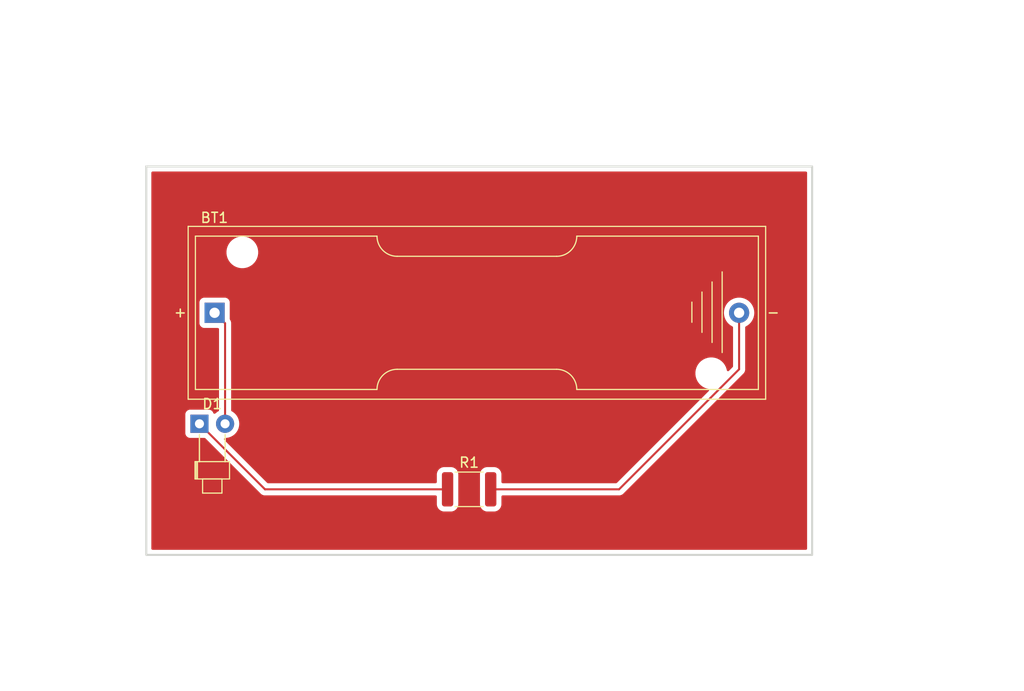
<source format=kicad_pcb>
(kicad_pcb (version 20240108) (generator "pcbnew") (generator_version "8.0")
  (layers (0 "F.Cu" signal) (31 "B.Cu" signal) (34 "B.Paste" user) (35 "F.Paste" user) (36 "B.SilkS" user "B.Silkscreen") (37 "F.SilkS" user "F.Silkscreen") (38 "B.Mask" user) (39 "F.Mask" user) (44 "Edge.Cuts" user))
  (net 0 "")
  (net 1 "Net-(BT1-+)")
  (net 2 "Net-(BT1--)")
  (net 3 "Net-(D1-K)")
  (footprint "LED_THT:LED_D1.8mm_W1.8mm_H2.4mm_Horizontal_O3.81mm_Z4.9mm" (layer "F.Cu") (at 122.27 100.505)
    (property "Reference" "D1" (at 1.27 -1.96 0) (layer "F.SilkS"))
    (property "Value" "LED")
    (fp_line (start -0.44 3.75) (end -0.44 5.47) (stroke (width 0.12)) (layer "F.SilkS"))
    (fp_line (start -0.44 5.47) (end 2.98 5.47) (stroke (width 0.12)) (layer "F.SilkS"))
    (fp_line (start -0.32 3.75) (end -0.32 5.47) (stroke (width 0.12)) (layer "F.SilkS"))
    (fp_line (start -0.2 3.75) (end -0.2 5.47) (stroke (width 0.12)) (layer "F.SilkS"))
    (fp_line (start 0 1.08) (end 0 1.08) (stroke (width 0.12)) (layer "F.SilkS"))
    (fp_line (start 0 1.08) (end 0 3.75) (stroke (width 0.12)) (layer "F.SilkS"))
    (fp_line (start 0 3.75) (end 0 1.08) (stroke (width 0.12)) (layer "F.SilkS"))
    (fp_line (start 0 3.75) (end 0 3.75) (stroke (width 0.12)) (layer "F.SilkS"))
    (fp_line (start 0.31 5.47) (end 0.31 6.87) (stroke (width 0.12)) (layer "F.SilkS"))
    (fp_line (start 0.31 6.87) (end 2.23 6.87) (stroke (width 0.12)) (layer "F.SilkS"))
    (fp_line (start 2.23 5.47) (end 0.31 5.47) (stroke (width 0.12)) (layer "F.SilkS"))
    (fp_line (start 2.23 6.87) (end 2.23 5.47) (stroke (width 0.12)) (layer "F.SilkS"))
    (fp_line (start 2.54 1.08) (end 2.54 1.08) (stroke (width 0.12)) (layer "F.SilkS"))
    (fp_line (start 2.54 1.08) (end 2.54 3.75) (stroke (width 0.12)) (layer "F.SilkS"))
    (fp_line (start 2.54 3.75) (end 2.54 1.08) (stroke (width 0.12)) (layer "F.SilkS"))
    (fp_line (start 2.54 3.75) (end 2.54 3.75) (stroke (width 0.12)) (layer "F.SilkS"))
    (fp_line (start 2.98 3.75) (end -0.44 3.75) (stroke (width 0.12)) (layer "F.SilkS"))
    (fp_line (start 2.98 5.47) (end 2.98 3.75) (stroke (width 0.12)) (layer "F.SilkS"))
    (pad "1" thru_hole rect (at 0 0) (size 1.8 1.8) (drill 0.9) (layers "*.Cu" "*.Mask") (net 3 "Net-(D1-K)"))
    (pad "2" thru_hole circle (at 2.54 0) (size 1.8 1.8) (drill 0.9) (layers "*.Cu" "*.Mask") (net 1 "Net-(BT1-+)"))
  )
  (footprint "Battery:BatteryHolder_Keystone_2460_1xAA" (layer "F.Cu") (at 123.77 89.505)
    (property "Reference" "BT1" (at -0.02 -9.42 180) (layer "F.SilkS"))
    (property "Value" "Battery_Cell")
    (fp_line (start -2.62 -8.565) (end 54.62 -8.565) (stroke (width 0.12)) (layer "F.SilkS"))
    (fp_line (start -2.62 8.565) (end -2.62 -8.565) (stroke (width 0.12)) (layer "F.SilkS"))
    (fp_line (start -1.9 -7.6) (end -1.9 7.6) (stroke (width 0.12)) (layer "F.SilkS"))
    (fp_line (start -1.9 -7.6) (end 16.1 -7.6) (stroke (width 0.12)) (layer "F.SilkS"))
    (fp_line (start -1.9 7.6) (end 16.1 7.6) (stroke (width 0.12)) (layer "F.SilkS"))
    (fp_line (start 18.1 -5.6) (end 33.9 -5.6) (stroke (width 0.12)) (layer "F.SilkS"))
    (fp_line (start 33.9 5.6) (end 18.1 5.6) (stroke (width 0.12)) (layer "F.SilkS"))
    (fp_line (start 35.9 -7.6) (end 53.9 -7.6) (stroke (width 0.12)) (layer "F.SilkS"))
    (fp_line (start 35.9 7.6) (end 53.9 7.6) (stroke (width 0.12)) (layer "F.SilkS"))
    (fp_line (start 47.31 -1.06) (end 47.31 0.94) (stroke (width 0.12)) (layer "F.SilkS"))
    (fp_line (start 48.31 -2.06) (end 48.31 1.94) (stroke (width 0.12)) (layer "F.SilkS"))
    (fp_line (start 49.31 2.94) (end 49.31 -3.06) (stroke (width 0.12)) (layer "F.SilkS"))
    (fp_line (start 50.31 -4.06) (end 50.31 3.94) (stroke (width 0.12)) (layer "F.SilkS"))
    (fp_line (start 53.9 -7.6) (end 53.9 7.6) (stroke (width 0.12)) (layer "F.SilkS"))
    (fp_line (start 54.62 -8.565) (end 54.62 8.565) (stroke (width 0.12)) (layer "F.SilkS"))
    (fp_line (start 54.62 8.565) (end -2.62 8.565) (stroke (width 0.12)) (layer "F.SilkS"))
    (fp_arc (start 16.1 7.6) (mid 16.685786 6.185786) (end 18.1 5.6) (stroke (width 0.12)) (layer "F.SilkS"))
    (fp_arc (start 18.1 -5.6) (mid 16.685786 -6.185786) (end 16.1 -7.6) (stroke (width 0.12)) (layer "F.SilkS"))
    (fp_arc (start 33.9 5.6) (mid 35.314214 6.185786) (end 35.9 7.6) (stroke (width 0.12)) (layer "F.SilkS"))
    (fp_arc (start 35.9 -7.6) (mid 35.314214 -6.185786) (end 33.9 -5.6) (stroke (width 0.12)) (layer "F.SilkS"))
    (fp_text user "-" (at 55.37 -0.06 0) (layer "F.SilkS"))
    (fp_text user "+" (at -3.4 -0.06 0) (layer "F.SilkS"))
    (pad "" np_thru_hole circle (at 2.75 -5.995 90) (size 2.64 2.64) (drill 2.64) (layers "*.Cu" "*.Mask"))
    (pad "" np_thru_hole circle (at 49.23 5.995) (size 2.64 2.64) (drill 2.64) (layers "*.Cu" "*.Mask"))
    (pad "1" thru_hole rect (at 0 0 180) (size 2 2) (drill 1.02) (layers "*.Cu" "*.Mask") (net 1 "Net-(BT1-+)"))
    (pad "2" thru_hole circle (at 51.99 0 180) (size 2 2) (drill 1.02) (layers "*.Cu" "*.Mask") (net 2 "Net-(BT1--)"))
  )
  (footprint "Resistor_SMD:R_1812_4532Metric" (layer "F.Cu") (at 149 107)
    (property "Reference" "R1" (at 0 -2.65 0) (layer "F.SilkS"))
    (property "Value" "R")
    (fp_line (start -1.386252 -1.71) (end 1.386252 -1.71) (stroke (width 0.12)) (layer "F.SilkS"))
    (fp_line (start -1.386252 1.71) (end 1.386252 1.71) (stroke (width 0.12)) (layer "F.SilkS"))
    (pad "1" smd roundrect (at -2.1375 0) (size 1.125 3.4) (layers "F.Cu" "F.Paste" "F.Mask") (roundrect_rratio 0.222222) (net 3 "Net-(D1-K)"))
    (pad "2" smd roundrect (at 2.1375 0) (size 1.125 3.4) (layers "F.Cu" "F.Paste" "F.Mask") (roundrect_rratio 0.222222) (net 2 "Net-(BT1--)"))
  )
  (gr_rect (start 117 75) (end 183 113.5) (stroke (width 0.2)) (fill none) (layer "Edge.Cuts"))
  (segment (start 124.81 90.545) (end 123.77 89.505) (width 0.2) (layer "F.Cu") (net 1))
  (segment (start 124.81 100.505) (end 124.81 90.545) (width 0.2) (layer "F.Cu") (net 1))
  (segment (start 175.76 95.101737) (end 163.861737 107) (width 0.2) (layer "F.Cu") (net 2))
  (segment (start 163.861737 107) (end 151.1375 107) (width 0.2) (layer "F.Cu") (net 2))
  (segment (start 175.76 89.505) (end 175.76 95.101737) (width 0.2) (layer "F.Cu") (net 2))
  (segment (start 128.765 107) (end 122.27 100.505) (width 0.2) (layer "F.Cu") (net 3))
  (segment (start 146.8625 107) (end 128.765 107) (width 0.2) (layer "F.Cu") (net 3))
  (zone (net 0) (net_name "") (layer "F.Cu") (connect_pads (clearance 0.5)) (min_thickness 0.25) (fill yes (thermal_gap 0.5) (thermal_bridge_width 0.5) (island_removal_mode 1) (island_area_min 10))
    (polygon (pts (xy 102.5 59) (xy 204 58.5) (xy 203 127) (xy 104 126)))
  )
)
</source>
